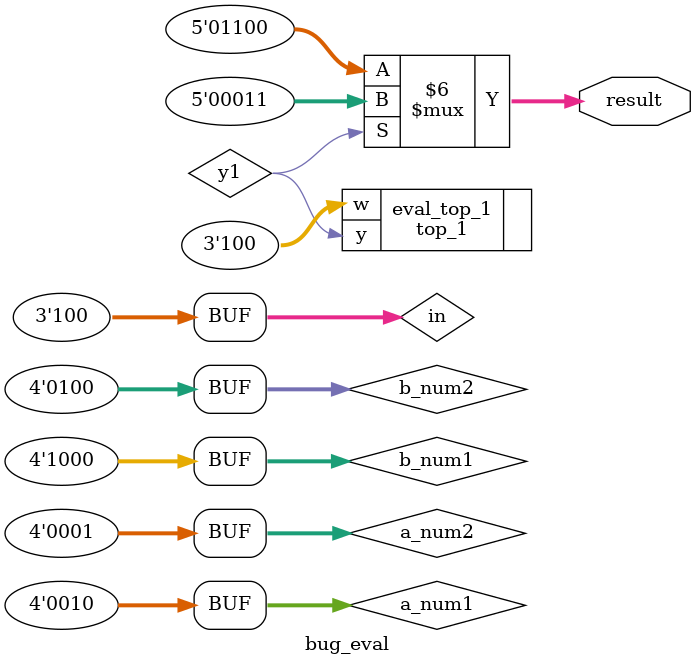
<source format=v>
`include "syn_yosys.v"

module bug_eval (result);

    wire y1, y2;
    wire [2:0] in;
    output wire [4:0] result;

    top_1 eval_top_1 (.y(y1), .w(in));

    assign in = 3'b100;

    wire [3:0] a_num1;
    wire [3:0] a_num2;
    wire [3:0] b_num1;
    wire [3:0] b_num2;

    assign a_num1 = 4'b0010;
    assign a_num2 = 4'b0001;
    assign b_num1 = 4'b1000;
    assign b_num2 = 4'b0100;

    reg [4:0] a_sum;
    reg [4:0] b_sum;

    always @* begin

        if (y1 == 1) begin
            //GOOD BRANCH
            a_sum = a_num1 + a_num2;
            result = a_sum;
        end
        else begin
            //BAD BRANCH
            b_sum = b_num1 + b_num2;
            result = b_sum;
        end
    end
endmodule
</source>
